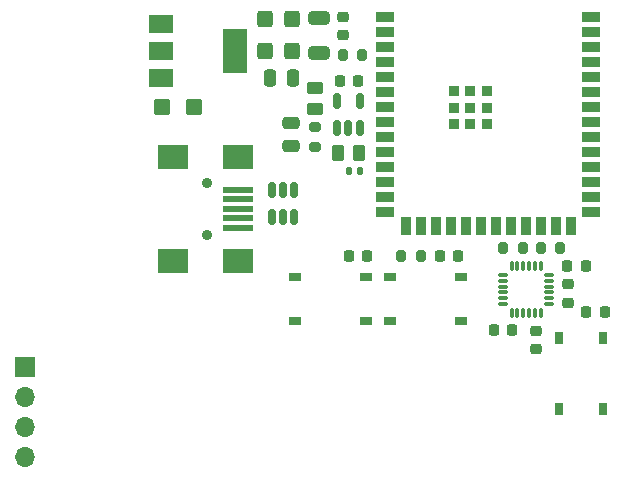
<source format=gbr>
%TF.GenerationSoftware,KiCad,Pcbnew,7.0.9*%
%TF.CreationDate,2023-12-19T02:47:06+01:00*%
%TF.ProjectId,biosensorbox,62696f73-656e-4736-9f72-626f782e6b69,rev?*%
%TF.SameCoordinates,Original*%
%TF.FileFunction,Soldermask,Top*%
%TF.FilePolarity,Negative*%
%FSLAX46Y46*%
G04 Gerber Fmt 4.6, Leading zero omitted, Abs format (unit mm)*
G04 Created by KiCad (PCBNEW 7.0.9) date 2023-12-19 02:47:06*
%MOMM*%
%LPD*%
G01*
G04 APERTURE LIST*
G04 Aperture macros list*
%AMRoundRect*
0 Rectangle with rounded corners*
0 $1 Rounding radius*
0 $2 $3 $4 $5 $6 $7 $8 $9 X,Y pos of 4 corners*
0 Add a 4 corners polygon primitive as box body*
4,1,4,$2,$3,$4,$5,$6,$7,$8,$9,$2,$3,0*
0 Add four circle primitives for the rounded corners*
1,1,$1+$1,$2,$3*
1,1,$1+$1,$4,$5*
1,1,$1+$1,$6,$7*
1,1,$1+$1,$8,$9*
0 Add four rect primitives between the rounded corners*
20,1,$1+$1,$2,$3,$4,$5,0*
20,1,$1+$1,$4,$5,$6,$7,0*
20,1,$1+$1,$6,$7,$8,$9,0*
20,1,$1+$1,$8,$9,$2,$3,0*%
G04 Aperture macros list end*
%ADD10RoundRect,0.225000X-0.250000X0.225000X-0.250000X-0.225000X0.250000X-0.225000X0.250000X0.225000X0*%
%ADD11RoundRect,0.140000X-0.140000X-0.170000X0.140000X-0.170000X0.140000X0.170000X-0.140000X0.170000X0*%
%ADD12RoundRect,0.225000X-0.225000X-0.250000X0.225000X-0.250000X0.225000X0.250000X-0.225000X0.250000X0*%
%ADD13RoundRect,0.200000X0.200000X0.275000X-0.200000X0.275000X-0.200000X-0.275000X0.200000X-0.275000X0*%
%ADD14RoundRect,0.250000X-0.650000X0.325000X-0.650000X-0.325000X0.650000X-0.325000X0.650000X0.325000X0*%
%ADD15RoundRect,0.200000X-0.200000X-0.275000X0.200000X-0.275000X0.200000X0.275000X-0.200000X0.275000X0*%
%ADD16RoundRect,0.250000X-0.475000X0.250000X-0.475000X-0.250000X0.475000X-0.250000X0.475000X0.250000X0*%
%ADD17RoundRect,0.150000X0.150000X-0.512500X0.150000X0.512500X-0.150000X0.512500X-0.150000X-0.512500X0*%
%ADD18R,2.000000X1.500000*%
%ADD19R,2.000000X3.800000*%
%ADD20R,1.700000X1.700000*%
%ADD21O,1.700000X1.700000*%
%ADD22C,0.900000*%
%ADD23R,2.500000X0.500000*%
%ADD24R,2.500000X2.000000*%
%ADD25RoundRect,0.250000X-0.450000X0.262500X-0.450000X-0.262500X0.450000X-0.262500X0.450000X0.262500X0*%
%ADD26RoundRect,0.075000X-0.350000X-0.075000X0.350000X-0.075000X0.350000X0.075000X-0.350000X0.075000X0*%
%ADD27RoundRect,0.075000X0.075000X-0.350000X0.075000X0.350000X-0.075000X0.350000X-0.075000X-0.350000X0*%
%ADD28R,1.000000X0.750000*%
%ADD29RoundRect,0.225000X0.225000X0.250000X-0.225000X0.250000X-0.225000X-0.250000X0.225000X-0.250000X0*%
%ADD30RoundRect,0.250000X-0.262500X-0.450000X0.262500X-0.450000X0.262500X0.450000X-0.262500X0.450000X0*%
%ADD31RoundRect,0.250000X-0.425000X0.450000X-0.425000X-0.450000X0.425000X-0.450000X0.425000X0.450000X0*%
%ADD32R,1.500000X0.900000*%
%ADD33R,0.900000X1.500000*%
%ADD34R,0.900000X0.900000*%
%ADD35RoundRect,0.200000X-0.275000X0.200000X-0.275000X-0.200000X0.275000X-0.200000X0.275000X0.200000X0*%
%ADD36RoundRect,0.250000X-0.250000X-0.475000X0.250000X-0.475000X0.250000X0.475000X-0.250000X0.475000X0*%
%ADD37RoundRect,0.250000X-0.450000X-0.425000X0.450000X-0.425000X0.450000X0.425000X-0.450000X0.425000X0*%
%ADD38RoundRect,0.225000X0.250000X-0.225000X0.250000X0.225000X-0.250000X0.225000X-0.250000X-0.225000X0*%
%ADD39R,0.750000X1.000000*%
G04 APERTURE END LIST*
D10*
%TO.C,C2*%
X138582400Y-64350600D03*
X138582400Y-65900600D03*
%TD*%
D11*
%TO.C,C9*%
X139070200Y-77419200D03*
X140030200Y-77419200D03*
%TD*%
D12*
%TO.C,C4*%
X159185000Y-89350000D03*
X160735000Y-89350000D03*
%TD*%
D13*
%TO.C,R13*%
X153795000Y-83930000D03*
X152145000Y-83930000D03*
%TD*%
D14*
%TO.C,C1*%
X136550400Y-64463400D03*
X136550400Y-67413400D03*
%TD*%
D15*
%TO.C,R12*%
X155333200Y-83930000D03*
X156983200Y-83930000D03*
%TD*%
D10*
%TO.C,C12*%
X154910000Y-90970000D03*
X154910000Y-92520000D03*
%TD*%
D15*
%TO.C,R3*%
X138570200Y-67564000D03*
X140220200Y-67564000D03*
%TD*%
D16*
%TO.C,C10*%
X134188200Y-73370400D03*
X134188200Y-75270400D03*
%TD*%
D17*
%TO.C,U3*%
X132527000Y-81313000D03*
X133477000Y-81313000D03*
X134427000Y-81313000D03*
X134427000Y-79038000D03*
X133477000Y-79038000D03*
X132527000Y-79038000D03*
%TD*%
D12*
%TO.C,C11*%
X157566200Y-85496000D03*
X159116200Y-85496000D03*
%TD*%
D18*
%TO.C,U2*%
X123139200Y-64959200D03*
X123139200Y-67259200D03*
D19*
X129439200Y-67259200D03*
D18*
X123139200Y-69559200D03*
%TD*%
D20*
%TO.C,J2*%
X111640000Y-93970000D03*
D21*
X111640000Y-96510000D03*
X111640000Y-99050000D03*
X111640000Y-101590000D03*
%TD*%
D22*
%TO.C,J1*%
X127067000Y-78400000D03*
X127067000Y-82800000D03*
D23*
X129667000Y-79000000D03*
X129667000Y-79800000D03*
X129667000Y-80600000D03*
X129667000Y-81400000D03*
X129667000Y-82200000D03*
D24*
X129667000Y-76200000D03*
X124167000Y-76200000D03*
X129667000Y-85000000D03*
X124167000Y-85000000D03*
%TD*%
D17*
%TO.C,U4*%
X138079400Y-73801400D03*
X139029400Y-73801400D03*
X139979400Y-73801400D03*
X139979400Y-71526400D03*
X138079400Y-71526400D03*
%TD*%
D25*
%TO.C,R10*%
X136220200Y-70360800D03*
X136220200Y-72185800D03*
%TD*%
D12*
%TO.C,C5*%
X139052000Y-84582000D03*
X140602000Y-84582000D03*
%TD*%
D13*
%TO.C,R1*%
X145160000Y-84582000D03*
X143510000Y-84582000D03*
%TD*%
D26*
%TO.C,U5*%
X152138400Y-86194000D03*
X152138400Y-86694000D03*
X152138400Y-87194000D03*
X152138400Y-87694000D03*
X152138400Y-88194000D03*
X152138400Y-88694000D03*
D27*
X152838400Y-89394000D03*
X153338400Y-89394000D03*
X153838400Y-89394000D03*
X154338400Y-89394000D03*
X154838400Y-89394000D03*
X155338400Y-89394000D03*
D26*
X156038400Y-88694000D03*
X156038400Y-88194000D03*
X156038400Y-87694000D03*
X156038400Y-87194000D03*
X156038400Y-86694000D03*
X156038400Y-86194000D03*
D27*
X155338400Y-85494000D03*
X154838400Y-85494000D03*
X154338400Y-85494000D03*
X153838400Y-85494000D03*
X153338400Y-85494000D03*
X152838400Y-85494000D03*
%TD*%
D28*
%TO.C,SW3*%
X148590000Y-90110000D03*
X142590000Y-90110000D03*
X148590000Y-86360000D03*
X142590000Y-86360000D03*
%TD*%
D12*
%TO.C,C8*%
X138320400Y-69762800D03*
X139870400Y-69762800D03*
%TD*%
D28*
%TO.C,SW2*%
X140541000Y-90140000D03*
X134541000Y-90140000D03*
X140541000Y-86390000D03*
X134541000Y-86390000D03*
%TD*%
D29*
%TO.C,C16*%
X148309600Y-84582000D03*
X146759600Y-84582000D03*
%TD*%
D30*
%TO.C,R9*%
X138127100Y-75895200D03*
X139952100Y-75895200D03*
%TD*%
D31*
%TO.C,C7*%
X131978800Y-64566800D03*
X131978800Y-67266800D03*
%TD*%
%TO.C,C15*%
X134214000Y-64566800D03*
X134214000Y-67266800D03*
%TD*%
D32*
%TO.C,U1*%
X142105000Y-64340000D03*
X142105000Y-65610000D03*
X142105000Y-66880000D03*
X142105000Y-68150000D03*
X142105000Y-69420000D03*
X142105000Y-70690000D03*
X142105000Y-71960000D03*
X142105000Y-73230000D03*
X142105000Y-74500000D03*
X142105000Y-75770000D03*
X142105000Y-77040000D03*
X142105000Y-78310000D03*
X142105000Y-79580000D03*
X142105000Y-80850000D03*
D33*
X143870000Y-82100000D03*
X145140000Y-82100000D03*
X146410000Y-82100000D03*
X147680000Y-82100000D03*
X148950000Y-82100000D03*
X150220000Y-82100000D03*
X151490000Y-82100000D03*
X152760000Y-82100000D03*
X154030000Y-82100000D03*
X155300000Y-82100000D03*
X156570000Y-82100000D03*
X157840000Y-82100000D03*
D32*
X159605000Y-80850000D03*
X159605000Y-79580000D03*
X159605000Y-78310000D03*
X159605000Y-77040000D03*
X159605000Y-75770000D03*
X159605000Y-74500000D03*
X159605000Y-73230000D03*
X159605000Y-71960000D03*
X159605000Y-70690000D03*
X159605000Y-69420000D03*
X159605000Y-68150000D03*
X159605000Y-66880000D03*
X159605000Y-65610000D03*
X159605000Y-64340000D03*
D34*
X147955000Y-70660000D03*
X147955000Y-72060000D03*
X147955000Y-73460000D03*
X147955000Y-73460000D03*
X149355000Y-70660000D03*
X149355000Y-70660000D03*
X149355000Y-72060000D03*
X149355000Y-73460000D03*
X150755000Y-70660000D03*
X150755000Y-72060000D03*
X150755000Y-73460000D03*
%TD*%
D35*
%TO.C,R11*%
X136220200Y-73710800D03*
X136220200Y-75360800D03*
%TD*%
D36*
%TO.C,C3*%
X132400000Y-69545200D03*
X134300000Y-69545200D03*
%TD*%
D37*
%TO.C,C6*%
X123237000Y-72009000D03*
X125937000Y-72009000D03*
%TD*%
D38*
%TO.C,C13*%
X157591200Y-88546000D03*
X157591200Y-86996000D03*
%TD*%
D29*
%TO.C,C14*%
X152900000Y-90900000D03*
X151350000Y-90900000D03*
%TD*%
D39*
%TO.C,SW1*%
X156830000Y-97530000D03*
X156830000Y-91530000D03*
X160580000Y-97530000D03*
X160580000Y-91530000D03*
%TD*%
M02*

</source>
